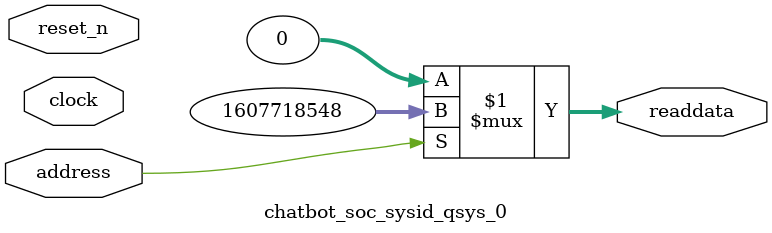
<source format=v>



// synthesis translate_off
`timescale 1ns / 1ps
// synthesis translate_on

// turn off superfluous verilog processor warnings 
// altera message_level Level1 
// altera message_off 10034 10035 10036 10037 10230 10240 10030 

module chatbot_soc_sysid_qsys_0 (
               // inputs:
                address,
                clock,
                reset_n,

               // outputs:
                readdata
             )
;

  output  [ 31: 0] readdata;
  input            address;
  input            clock;
  input            reset_n;

  wire    [ 31: 0] readdata;
  //control_slave, which is an e_avalon_slave
  assign readdata = address ? 1607718548 : 0;

endmodule



</source>
